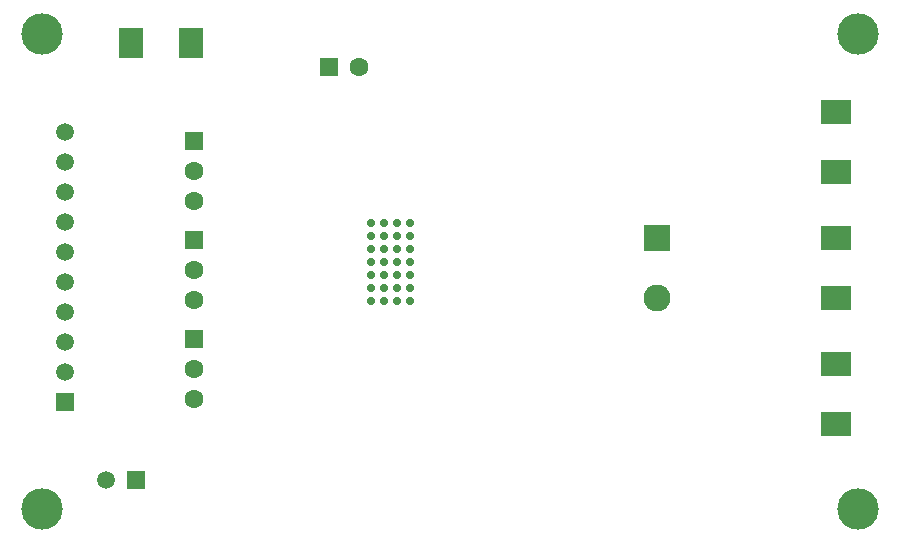
<source format=gbs>
G04*
G04 #@! TF.GenerationSoftware,Altium Limited,Altium Designer,20.2.7 (254)*
G04*
G04 Layer_Color=16711935*
%FSLAX24Y24*%
%MOIN*%
G70*
G04*
G04 #@! TF.SameCoordinates,2B5C52AC-4926-4EBA-B23B-6648677431C1*
G04*
G04*
G04 #@! TF.FilePolarity,Negative*
G04*
G01*
G75*
%ADD28R,0.0630X0.0630*%
%ADD29C,0.0630*%
%ADD30R,0.0630X0.0630*%
%ADD31R,0.0984X0.0787*%
%ADD32C,0.0900*%
%ADD33R,0.0900X0.0900*%
%ADD34C,0.0591*%
%ADD35R,0.0591X0.0591*%
%ADD36R,0.0591X0.0591*%
%ADD37R,0.0787X0.0984*%
%ADD38C,0.1380*%
%ADD39C,0.0277*%
D28*
X26000Y25700D02*
D03*
Y29000D02*
D03*
Y32300D02*
D03*
D29*
Y24700D02*
D03*
Y23700D02*
D03*
Y28000D02*
D03*
Y27000D02*
D03*
Y31300D02*
D03*
Y30300D02*
D03*
X31496Y34775D02*
D03*
D30*
X30496D02*
D03*
D31*
X47396Y33275D02*
D03*
Y31275D02*
D03*
Y24875D02*
D03*
Y22875D02*
D03*
Y29075D02*
D03*
Y27075D02*
D03*
D32*
X41446D02*
D03*
D33*
Y29075D02*
D03*
D34*
X21718Y32600D02*
D03*
Y31600D02*
D03*
Y30600D02*
D03*
Y28600D02*
D03*
Y26600D02*
D03*
Y24600D02*
D03*
Y25600D02*
D03*
Y27600D02*
D03*
Y29600D02*
D03*
X23064Y21018D02*
D03*
D35*
X21718Y23600D02*
D03*
D36*
X24064Y21018D02*
D03*
D37*
X23896Y35575D02*
D03*
X25896D02*
D03*
D38*
X20946Y35875D02*
D03*
Y20025D02*
D03*
X48146Y35875D02*
D03*
Y20025D02*
D03*
D39*
X33196Y26976D02*
D03*
X32763D02*
D03*
X32330D02*
D03*
X31896D02*
D03*
X33196Y27409D02*
D03*
X32763D02*
D03*
X32330D02*
D03*
X31896D02*
D03*
X33196Y27842D02*
D03*
X32763D02*
D03*
X32330D02*
D03*
X31896D02*
D03*
X33196Y28275D02*
D03*
X32763D02*
D03*
X32330D02*
D03*
X31896D02*
D03*
X33196Y28708D02*
D03*
X32763D02*
D03*
X32330D02*
D03*
X31896D02*
D03*
X33196Y29141D02*
D03*
X32763D02*
D03*
X32330D02*
D03*
X31896D02*
D03*
X33196Y29574D02*
D03*
X32763D02*
D03*
X32330D02*
D03*
X31896D02*
D03*
M02*

</source>
